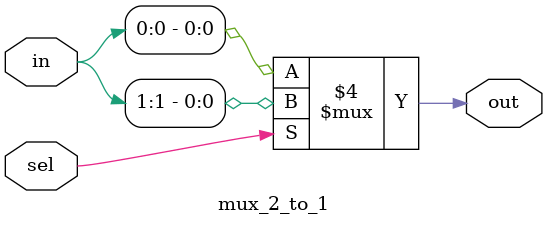
<source format=v>
module mux_2_to_1 (
    input [1:0] in,
    input sel,
    output reg out
);
always @(*) begin
    if (sel == 1'b0) begin
        out = in[0];
    end else begin
        out = in[1];
    end
end
    
endmodule
</source>
